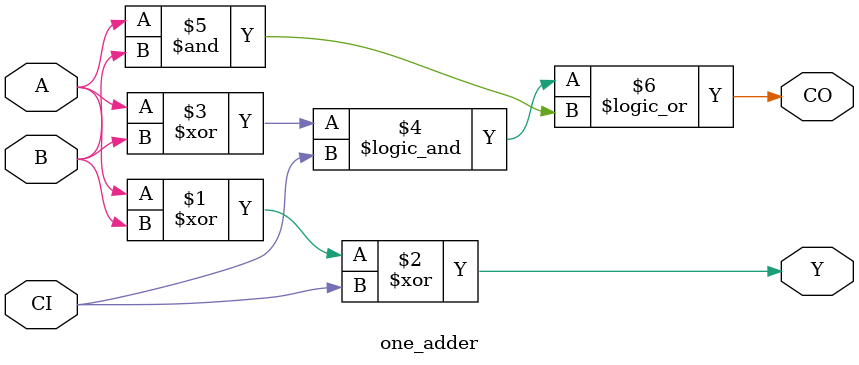
<source format=v>
module one_adder(A, B, CI, Y, CO);
	input A, B, CI;
	output Y, CO;
	
	assign Y = A ^ B ^ CI;
	assign CO = ((A ^ B) && CI) || (A & B);
endmodule
</source>
